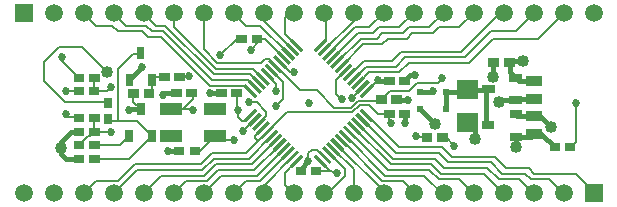
<source format=gbl>
G04 DipTrace Beta 2.3.5.2*
%INBottom_Layer-GMaple-mini.GBL*%
%MOIN*%
%ADD14C,0.008*%
%ADD15C,0.016*%
%ADD21R,0.0531X0.0374*%
%ADD22R,0.0354X0.0276*%
%ADD24R,0.0236X0.0236*%
%ADD27R,0.0413X0.0256*%
%ADD28R,0.0591X0.0591*%
%ADD30C,0.0591*%
%ADD34R,0.0256X0.0413*%
%ADD35R,0.0276X0.0354*%
%ADD37R,0.0748X0.0433*%
%ADD38C,0.027*%
%ADD40C,0.04*%
%FSLAX44Y44*%
G04*
G70*
G90*
G75*
G01*
%LNBottom*%
%LPD*%
X22590Y10540D2*
D14*
X21741Y9691D1*
X20242D1*
X19429Y8878D1*
X17429D1*
X17117Y8566D1*
X16116D1*
X15747Y8196D1*
Y8222D1*
X21590Y10540D2*
X20991Y9941D1*
X20179D1*
X19304Y9066D1*
X17304D1*
X16992Y8753D1*
X15999D1*
X15607Y8361D1*
X20590Y10540D2*
X20466D1*
X19179Y9253D1*
X17179D1*
X16867Y8941D1*
X15929D1*
X15489Y8501D1*
X15468D1*
X19590Y10539D2*
Y10540D1*
X15190Y8779D2*
X15914Y9503D1*
X16554D1*
X16741Y9691D1*
X17367D1*
X17554Y9878D1*
X18242D1*
X18429Y10066D1*
X19117D1*
X19590Y10539D1*
X15051Y8918D2*
X15823Y9691D1*
X16366D1*
X16554Y9878D1*
X17242D1*
X17429Y10066D1*
X18117D1*
X18590Y10539D1*
Y10540D1*
X14911Y9057D2*
X15732Y9878D1*
X16241D1*
X16429Y10066D1*
X17117D1*
X17590Y10539D1*
Y10540D1*
X14772Y9197D2*
X15641Y10066D1*
X16116D1*
X16590Y10540D1*
X14633Y9336D2*
X15590Y10293D1*
Y10540D1*
X14494Y9475D2*
X14679Y9660D1*
Y10452D1*
X14590Y10540D1*
X13686Y9475D2*
X13306Y9856D1*
Y10335D1*
X13431Y10709D1*
X13590Y10540D1*
X13547Y9336D2*
X12590Y10293D1*
Y10540D1*
X13408Y9197D2*
X12476Y10128D1*
X11991D1*
X11590Y10529D1*
Y10540D1*
X12573Y8361D2*
X12244Y8691D1*
X10991D1*
X9590Y10091D1*
Y10540D1*
X12434Y8222D2*
X12153Y8503D1*
X10928D1*
X9303Y10128D1*
X8991D1*
X8590Y10529D1*
Y10540D1*
X12295Y8083D2*
X12062Y8316D1*
X10866D1*
X9241Y9941D1*
X8866D1*
X8678Y10128D1*
X7991D1*
X7590Y10529D1*
Y10540D1*
X12851Y6441D2*
X12101Y5690D1*
X10928D1*
X10553Y5315D1*
X8366D1*
X7590Y4540D1*
X12991Y6301D2*
X12192Y5503D1*
X10991D1*
X10616Y5128D1*
X9178D1*
X8591Y4540D1*
X8590D1*
X13130Y6162D2*
X12283Y5315D1*
X11086D1*
X10711Y4940D1*
X9990D1*
X9590Y4540D1*
X13269Y6023D2*
X12374Y5128D1*
X11178D1*
X10590Y4540D1*
X13408Y5884D2*
X12465Y4940D1*
X11990D1*
X11590Y4540D1*
X13547Y5745D2*
X12590Y4787D1*
Y4540D1*
X13686Y5605D2*
X13304Y5222D1*
Y4815D1*
X13579Y4540D1*
X13590D1*
X14772Y5884D2*
X15317Y5339D1*
Y5115D1*
X14743Y4540D1*
X14590D1*
X15190Y6301D2*
X16551Y4940D1*
X17242D1*
X17590Y4592D1*
Y4540D1*
X15329Y6441D2*
X16642Y5128D1*
X17929D1*
X18590Y4467D1*
Y4540D1*
X15468Y6580D2*
X16733Y5315D1*
X18117D1*
X18429Y5003D1*
X19117D1*
X19579Y4540D1*
X19590D1*
X15607Y6719D2*
X16823Y5503D1*
X18179D1*
X18492Y5190D1*
X19929D1*
X20579Y4540D1*
X20590D1*
X15747Y6858D2*
X16914Y5690D1*
X18304D1*
X18617Y5378D1*
X20054D1*
X20429Y5003D1*
X21117D1*
X21580Y4540D1*
X21590D1*
X15886Y6997D2*
X17005Y5878D1*
X18429D1*
X18742Y5565D1*
X20179D1*
X20554Y5190D1*
X21304D1*
X21492Y5003D1*
X22117D1*
X22580Y4540D1*
X22590D1*
X16025Y7136D2*
X17096Y6065D1*
X18554D1*
X18867Y5753D1*
X20304D1*
X20679Y5378D1*
X21429D1*
X21617Y5190D1*
X22992D1*
X23590Y4592D1*
Y4540D1*
X14911Y6023D2*
X15590Y5344D1*
Y4540D1*
X6946Y6590D2*
Y7040D1*
Y6590D2*
X6796Y6440D1*
X6740D1*
X6440Y6140D1*
X6434D1*
X6946Y6590D2*
X6971Y6565D1*
X7490D1*
X15051Y6162D2*
X16590Y4623D1*
Y4540D1*
X6946Y7940D2*
Y8390D1*
Y7940D2*
X7365D1*
X7490Y8065D1*
X13130Y8918D2*
X13483Y8565D1*
X13615D1*
X20992Y8385D2*
D15*
X20796Y8581D1*
Y8890D1*
X21611Y8269D2*
X21108D1*
X20992Y8385D1*
X20796Y8890D2*
D14*
X20865Y8960D1*
D15*
X21224D1*
X13269Y9057D2*
D14*
X12636Y9691D1*
X12366D1*
X20992Y7637D2*
D15*
X21033Y7678D1*
X21611D1*
X20992Y7637D2*
X20501D1*
X20429Y7566D1*
X12366Y9691D2*
D14*
X12429Y9628D1*
X12179Y9316D1*
X12712Y6580D2*
X12411Y6278D1*
X12010Y5878D1*
X10866D1*
X10491Y5503D1*
X8303D1*
X7740Y4940D1*
X6990D1*
X6590Y4540D1*
X12573Y6719D2*
X12304Y6450D1*
Y6386D1*
X12411Y6278D1*
X16784Y7190D2*
X16401D1*
X16111Y7481D1*
X15794D1*
X15543Y7230D1*
X13362D1*
X12712Y6580D1*
X16784Y7190D2*
Y6919D1*
X16830Y6873D1*
X9796Y8410D2*
X10085D1*
X10115Y8440D1*
X12115Y7565D2*
X12365D1*
X12671Y7260D1*
Y7107D1*
X12422Y6858D1*
X12434D1*
X20993Y7174D2*
D15*
X21053Y7114D1*
X21599D1*
X13834Y5290D2*
D14*
Y5357D1*
D15*
X14085Y5608D1*
D14*
Y5883D1*
X14195Y5993D1*
X14385D1*
X14633Y5745D1*
X9784Y5945D2*
X9797Y5958D1*
D15*
X9412D1*
X8118Y8316D2*
D14*
X8099D1*
D15*
X8536Y8753D1*
X6434Y8390D2*
D14*
X5865Y8959D1*
Y9065D1*
X9684Y7890D2*
D15*
X9315D1*
D14*
X9240Y7815D1*
X11184Y7890D2*
D15*
X10790D1*
X12295Y6997D2*
D14*
X11907Y6610D1*
X15886Y8083D2*
X15528Y7725D1*
X17296Y8290D2*
D15*
X17486Y8480D1*
X17647D1*
X17296Y7190D2*
D14*
X17293Y7187D1*
D15*
Y6868D1*
X19390Y6889D2*
D14*
X19634Y6645D1*
D15*
Y6351D1*
X21599Y7114D2*
D14*
X21819D1*
D15*
X22180Y6753D1*
X20245Y8890D2*
D14*
X20249Y8886D1*
D15*
Y8420D1*
X6434Y5690D2*
X5996D1*
X5851Y5835D1*
Y6049D1*
Y6248D1*
X6184Y6581D1*
X6426D1*
X6434Y6590D1*
X11854Y9691D2*
D14*
X11691D1*
X11145Y9144D1*
X5995Y7931D2*
X6106D1*
X6115Y7940D1*
X6434D1*
X18556Y6400D2*
X18657D1*
X18929Y6128D1*
X18044Y6400D2*
X17720D1*
X17662Y6458D1*
X15191Y7693D2*
X15155D1*
X15004Y7845D1*
Y8323D1*
X15320Y8640D1*
X15329D1*
X22805Y6065D2*
X22988Y6249D1*
Y7531D1*
X8865Y6440D2*
X8115Y5690D1*
X6946D1*
X8865Y6440D2*
X8365Y6940D1*
X7738D1*
X7504D1*
X7420Y7024D1*
X7738Y6940D2*
Y8688D1*
X8240Y9190D1*
X8461D1*
X8492Y9221D1*
X8117Y6440D2*
X7817Y6140D1*
X6946D1*
X8766Y7860D2*
X8866Y7960D1*
Y8316D1*
X8960Y8410D1*
X9284D1*
X7365Y8565D2*
X6533Y9397D1*
X5765D1*
X5272Y8905D1*
Y8263D1*
X5970Y7565D1*
X7391D1*
D15*
X7420Y7536D1*
X17806Y7917D2*
X18217D1*
X18240Y7940D1*
X5989Y7191D2*
D14*
X6115Y7065D1*
X6409D1*
X6434Y7040D1*
X18671Y7345D2*
D15*
Y7916D1*
X18673Y7917D1*
X19316D1*
X19390Y7991D1*
X20066D1*
X20086Y8011D1*
X20054Y7941D1*
X19992Y7878D1*
Y6940D1*
X20087Y6800D1*
X9512Y7343D2*
D14*
X9893D1*
X10240Y7690D1*
Y7846D1*
X10196Y7890D1*
X9512Y7343D2*
X10212D1*
X10240Y7315D1*
X12990Y7940D2*
Y8190D1*
X12712Y8468D1*
Y8501D1*
X10296Y5945D2*
X10476D1*
X10969Y6437D1*
X11091Y6315D1*
X11615D1*
X12990Y7440D2*
X13240Y7690D1*
Y8251D1*
X12851Y8640D1*
X12155Y7944D2*
X11971Y8128D1*
X10803D1*
X9178Y9753D1*
X8741D1*
X8553Y9941D1*
X7741D1*
X7553Y10128D1*
X6990D1*
X6590Y10529D1*
Y10540D1*
X14494Y5605D2*
X14809Y5290D1*
X14346D1*
X20993Y6426D2*
D15*
X21502D1*
X21599Y6523D1*
X21835D1*
X22293Y6065D1*
X8491Y7346D2*
D14*
X8254Y7583D1*
Y7860D1*
X12155Y7136D2*
X11959Y6940D1*
X11865D1*
X11740Y7065D1*
Y7315D1*
X11696Y7359D1*
Y7890D1*
X8491Y7346D2*
D15*
X8146D1*
D14*
X8115Y7315D1*
X16025Y7944D2*
X16405Y8324D1*
X16439Y8290D1*
D15*
X16784D1*
X17026Y7660D2*
D14*
X17042Y7645D1*
D15*
X17390D1*
X20993Y6426D2*
Y6065D1*
X14809Y5290D2*
D14*
X15023Y5225D1*
X18303Y6847D2*
D15*
X17805Y7345D1*
X12991Y8779D2*
D14*
X12769Y9001D1*
X12628D1*
X12505Y8878D1*
X11053D1*
X10590Y9341D1*
Y10540D1*
X16514Y7660D2*
X16456Y7602D1*
X15722D1*
X15510Y7390D1*
X14953D1*
X14371Y7972D1*
X13809D1*
X12991Y8790D1*
Y8779D1*
X16514Y7660D2*
X16806Y7952D1*
X17441D1*
X17706Y8216D1*
X18392D1*
X18554Y8378D1*
D38*
X7490Y6565D3*
Y8065D3*
X13615Y8565D3*
D40*
X21224Y8960D3*
X20429Y7566D3*
D38*
X12179Y9316D3*
X16830Y6873D3*
X10115Y8440D3*
X12115Y7565D3*
X14085Y5608D3*
X9412Y5958D3*
D3*
X8536Y8753D3*
X5865Y9065D3*
X9240Y7815D3*
X10790Y7890D3*
X11907Y6610D3*
X15528Y7725D3*
X14089Y7536D3*
X17647Y8480D3*
X17293Y6868D3*
D40*
X19634Y6351D3*
D3*
X22180Y6753D3*
X20249Y8420D3*
X5851Y6049D3*
D38*
X11145Y9144D3*
D40*
X5851Y6049D3*
D38*
X5995Y7931D3*
X18929Y6128D3*
X17662Y6458D3*
X15191Y7693D3*
X22988Y7531D3*
D3*
D40*
X7365Y8565D3*
D38*
X18240Y7940D3*
X5989Y7191D3*
X10240Y7315D3*
X12990Y7940D3*
X11615Y6315D3*
X12990Y7440D3*
X11740Y7315D3*
X8115D3*
X16405Y8324D3*
X17390Y7645D3*
D40*
X20993Y6065D3*
D38*
X15023Y5225D3*
D40*
X18303Y6847D3*
D38*
X18554Y8378D3*
G36*
X19744Y7676D2*
X19036D1*
Y8306D1*
X19744D1*
Y7676D1*
G37*
G36*
Y6574D2*
X19036D1*
Y7204D1*
X19744D1*
Y6574D1*
G37*
D21*
X21599Y6523D3*
Y7114D3*
X21611Y7678D3*
Y8269D3*
G36*
X12543Y9829D2*
Y9553D1*
X12189D1*
Y9829D1*
X12543D1*
G37*
G36*
X12031D2*
Y9553D1*
X11677D1*
Y9829D1*
X12031D1*
G37*
G36*
X11873Y8028D2*
Y7752D1*
X11519D1*
Y8028D1*
X11873D1*
G37*
G36*
X11361D2*
Y7752D1*
X11007D1*
Y8028D1*
X11361D1*
G37*
D22*
X14346Y5290D3*
X13834D3*
G36*
X16607Y8152D2*
Y8428D1*
X16961D1*
Y8152D1*
X16607D1*
G37*
G36*
X17119D2*
Y8428D1*
X17473D1*
Y8152D1*
X17119D1*
G37*
D22*
X10296Y5945D3*
X9784D3*
G36*
X10373Y8028D2*
Y7752D1*
X10019D1*
Y8028D1*
X10373D1*
G37*
G36*
X9861D2*
Y7752D1*
X9507D1*
Y8028D1*
X9861D1*
G37*
G36*
X6769Y8252D2*
Y8528D1*
X7123D1*
Y8252D1*
X6769D1*
G37*
G36*
X6257D2*
Y8528D1*
X6611D1*
Y8252D1*
X6257D1*
G37*
G36*
X6769Y6452D2*
Y6728D1*
X7123D1*
Y6452D1*
X6769D1*
G37*
G36*
X6257D2*
Y6728D1*
X6611D1*
Y6452D1*
X6257D1*
G37*
D24*
X18673Y7917D3*
X17806D3*
X18671Y7345D3*
X17805D3*
D27*
X20993Y7174D3*
Y6426D3*
X20087Y6800D3*
G36*
X21199Y8513D2*
Y8257D1*
X20785D1*
Y8513D1*
X21199D1*
G37*
G36*
Y7765D2*
Y7509D1*
X20785D1*
Y7765D1*
X21199D1*
G37*
G36*
X20293Y8139D2*
Y7883D1*
X19880D1*
Y8139D1*
X20293D1*
G37*
D28*
X4590Y10540D3*
D30*
X5590D3*
X6590D3*
X7590D3*
X8590D3*
X9590D3*
X10590D3*
X11590D3*
X12590D3*
X13590D3*
X14590D3*
X15590D3*
X16590D3*
X17590D3*
X18590D3*
X19590D3*
X20590D3*
X21590D3*
X22590D3*
X23590D3*
D28*
Y4540D3*
D30*
X22590D3*
X21590D3*
X20590D3*
X19590D3*
X18590D3*
X17590D3*
X16590D3*
X15590D3*
X14590D3*
X13590D3*
X12590D3*
X11590D3*
X10590D3*
X9590D3*
X8590D3*
X7590D3*
X6590D3*
X5590D3*
X4590D3*
G36*
X20973Y9048D2*
Y8733D1*
X20619D1*
Y9048D1*
X20973D1*
G37*
G36*
X20422D2*
Y8733D1*
X20067D1*
Y9048D1*
X20422D1*
G37*
G36*
X8738Y8522D2*
X8994D1*
Y8109D1*
X8738D1*
Y8522D1*
G37*
G36*
X7990D2*
X8246D1*
Y8109D1*
X7990D1*
Y8522D1*
G37*
G36*
X8364Y9428D2*
X8620D1*
Y9014D1*
X8364D1*
Y9428D1*
G37*
D34*
X8865Y6440D3*
X8117D3*
X8491Y7346D3*
G36*
X18221Y6538D2*
Y6262D1*
X17867D1*
Y6538D1*
X18221D1*
G37*
G36*
X18733D2*
Y6262D1*
X18379D1*
Y6538D1*
X18733D1*
G37*
D22*
X22805Y6065D3*
X22293D3*
G36*
X16691Y7798D2*
Y7522D1*
X16337D1*
Y7798D1*
X16691D1*
G37*
G36*
X17203D2*
Y7522D1*
X16849D1*
Y7798D1*
X17203D1*
G37*
G36*
X9973Y8548D2*
Y8272D1*
X9619D1*
Y8548D1*
X9973D1*
G37*
G36*
X9461D2*
Y8272D1*
X9107D1*
Y8548D1*
X9461D1*
G37*
D22*
X6434Y7940D3*
X6946D3*
G36*
X6611Y7178D2*
Y6902D1*
X6257D1*
Y7178D1*
X6611D1*
G37*
G36*
X7123D2*
Y6902D1*
X6769D1*
Y7178D1*
X7123D1*
G37*
D35*
X7420Y7024D3*
Y7536D3*
G36*
X17473Y7328D2*
Y7052D1*
X17119D1*
Y7328D1*
X17473D1*
G37*
G36*
X16961D2*
Y7052D1*
X16607D1*
Y7328D1*
X16961D1*
G37*
G36*
X6257Y6002D2*
Y6278D1*
X6611D1*
Y6002D1*
X6257D1*
G37*
G36*
X6769D2*
Y6278D1*
X7123D1*
Y6002D1*
X6769D1*
G37*
G36*
X6257Y5552D2*
Y5828D1*
X6611D1*
Y5552D1*
X6257D1*
G37*
G36*
X6769D2*
Y5828D1*
X7123D1*
Y5552D1*
X6769D1*
G37*
G36*
X8943Y7998D2*
Y7722D1*
X8589D1*
Y7998D1*
X8943D1*
G37*
G36*
X8431D2*
Y7722D1*
X8077D1*
Y7998D1*
X8431D1*
G37*
G36*
X11919Y8097D2*
X12002Y8180D1*
X12392Y7791D1*
X12308Y7707D1*
X11919Y8097D1*
G37*
G36*
X12058Y8236D2*
X12141Y8320D1*
X12531Y7930D1*
X12448Y7846D1*
X12058Y8236D1*
G37*
G36*
X12197Y8375D2*
X12281Y8459D1*
X12670Y8069D1*
X12587Y7986D1*
X12197Y8375D1*
G37*
G36*
X12336Y8515D2*
X12420Y8598D1*
X12810Y8208D1*
X12726Y8125D1*
X12336Y8515D1*
G37*
G36*
X12475Y8654D2*
X12559Y8737D1*
X12949Y8347D1*
X12865Y8264D1*
X12475Y8654D1*
G37*
G36*
X12615Y8793D2*
X12698Y8876D1*
X13088Y8487D1*
X13004Y8403D1*
X12615Y8793D1*
G37*
G36*
X12754Y8932D2*
X12837Y9016D1*
X13227Y8626D1*
X13144Y8542D1*
X12754Y8932D1*
G37*
G36*
X12893Y9071D2*
X12977Y9155D1*
X13366Y8765D1*
X13283Y8682D1*
X12893Y9071D1*
G37*
G36*
X13032Y9210D2*
X13116Y9294D1*
X13506Y8904D1*
X13422Y8821D1*
X13032Y9210D1*
G37*
G36*
X13171Y9350D2*
X13255Y9433D1*
X13645Y9043D1*
X13561Y8960D1*
X13171Y9350D1*
G37*
G36*
X13311Y9489D2*
X13394Y9572D1*
X13784Y9183D1*
X13700Y9099D1*
X13311Y9489D1*
G37*
G36*
X13450Y9628D2*
X13533Y9712D1*
X13923Y9322D1*
X13840Y9238D1*
X13450Y9628D1*
G37*
G36*
X14341Y9238D2*
X14257Y9322D1*
X14647Y9712D1*
X14730Y9628D1*
X14341Y9238D1*
G37*
G36*
X14480Y9099D2*
X14396Y9183D1*
X14786Y9572D1*
X14870Y9489D1*
X14480Y9099D1*
G37*
G36*
X14619Y8960D2*
X14536Y9043D1*
X14925Y9433D1*
X15009Y9350D1*
X14619Y8960D1*
G37*
G36*
X14758Y8821D2*
X14675Y8904D1*
X15065Y9294D1*
X15148Y9210D1*
X14758Y8821D1*
G37*
G36*
X14897Y8682D2*
X14814Y8765D1*
X15204Y9155D1*
X15287Y9071D1*
X14897Y8682D1*
G37*
G36*
X15037Y8542D2*
X14953Y8626D1*
X15343Y9016D1*
X15426Y8932D1*
X15037Y8542D1*
G37*
G36*
X15176Y8403D2*
X15092Y8487D1*
X15482Y8876D1*
X15566Y8793D1*
X15176Y8403D1*
G37*
G36*
X15315Y8264D2*
X15232Y8347D1*
X15621Y8737D1*
X15705Y8654D1*
X15315Y8264D1*
G37*
G36*
X15454Y8125D2*
X15371Y8208D1*
X15760Y8598D1*
X15844Y8515D1*
X15454Y8125D1*
G37*
G36*
X15593Y7986D2*
X15510Y8069D1*
X15900Y8459D1*
X15983Y8375D1*
X15593Y7986D1*
G37*
G36*
X15733Y7846D2*
X15649Y7930D1*
X16039Y8320D1*
X16122Y8236D1*
X15733Y7846D1*
G37*
G36*
X15872Y7707D2*
X15788Y7791D1*
X16178Y8180D1*
X16262Y8097D1*
X15872Y7707D1*
G37*
G36*
X15788Y7290D2*
X15872Y7373D1*
X16262Y6983D1*
X16178Y6900D1*
X15788Y7290D1*
G37*
G36*
X15649Y7150D2*
X15733Y7234D1*
X16122Y6844D1*
X16039Y6761D1*
X15649Y7150D1*
G37*
G36*
X15510Y7011D2*
X15593Y7095D1*
X15983Y6705D1*
X15900Y6621D1*
X15510Y7011D1*
G37*
G36*
X15371Y6872D2*
X15454Y6956D1*
X15844Y6566D1*
X15760Y6482D1*
X15371Y6872D1*
G37*
G36*
X15232Y6733D2*
X15315Y6816D1*
X15705Y6427D1*
X15621Y6343D1*
X15232Y6733D1*
G37*
G36*
X15092Y6594D2*
X15176Y6677D1*
X15566Y6287D1*
X15482Y6204D1*
X15092Y6594D1*
G37*
G36*
X14953Y6454D2*
X15037Y6538D1*
X15426Y6148D1*
X15343Y6065D1*
X14953Y6454D1*
G37*
G36*
X14814Y6315D2*
X14897Y6399D1*
X15287Y6009D1*
X15204Y5926D1*
X14814Y6315D1*
G37*
G36*
X14675Y6176D2*
X14758Y6260D1*
X15148Y5870D1*
X15065Y5786D1*
X14675Y6176D1*
G37*
G36*
X14536Y6037D2*
X14619Y6120D1*
X15009Y5731D1*
X14925Y5647D1*
X14536Y6037D1*
G37*
G36*
X14396Y5898D2*
X14480Y5981D1*
X14870Y5591D1*
X14786Y5508D1*
X14396Y5898D1*
G37*
G36*
X14257Y5758D2*
X14341Y5842D1*
X14730Y5452D1*
X14647Y5369D1*
X14257Y5758D1*
G37*
G36*
X13533Y5369D2*
X13450Y5452D1*
X13840Y5842D1*
X13923Y5758D1*
X13533Y5369D1*
G37*
G36*
X13394Y5508D2*
X13311Y5591D1*
X13700Y5981D1*
X13784Y5898D1*
X13394Y5508D1*
G37*
G36*
X13255Y5647D2*
X13171Y5731D1*
X13561Y6120D1*
X13645Y6037D1*
X13255Y5647D1*
G37*
G36*
X13116Y5786D2*
X13032Y5870D1*
X13422Y6260D1*
X13506Y6176D1*
X13116Y5786D1*
G37*
G36*
X12977Y5926D2*
X12893Y6009D1*
X13283Y6399D1*
X13366Y6315D1*
X12977Y5926D1*
G37*
G36*
X12837Y6065D2*
X12754Y6148D1*
X13144Y6538D1*
X13227Y6454D1*
X12837Y6065D1*
G37*
G36*
X12698Y6204D2*
X12615Y6287D1*
X13004Y6677D1*
X13088Y6594D1*
X12698Y6204D1*
G37*
G36*
X12559Y6343D2*
X12475Y6427D1*
X12865Y6816D1*
X12949Y6733D1*
X12559Y6343D1*
G37*
G36*
X12420Y6482D2*
X12336Y6566D1*
X12726Y6956D1*
X12810Y6872D1*
X12420Y6482D1*
G37*
G36*
X12281Y6621D2*
X12197Y6705D1*
X12587Y7095D1*
X12670Y7011D1*
X12281Y6621D1*
G37*
G36*
X12141Y6761D2*
X12058Y6844D1*
X12448Y7234D1*
X12531Y7150D1*
X12141Y6761D1*
G37*
G36*
X12002Y6900D2*
X11919Y6983D1*
X12308Y7373D1*
X12392Y7290D1*
X12002Y6900D1*
G37*
D37*
X10969Y6437D3*
Y7343D3*
X9512Y6437D3*
Y7343D3*
M02*

</source>
